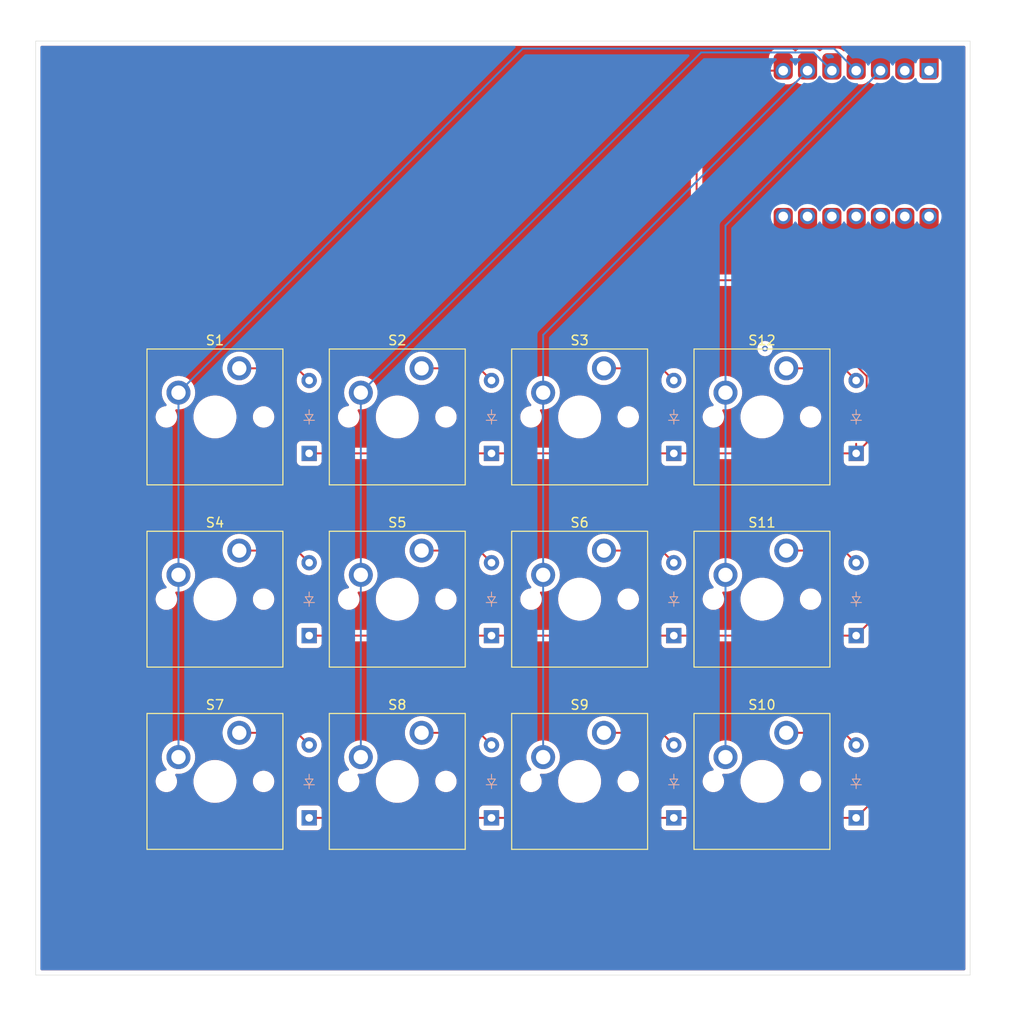
<source format=kicad_pcb>
(kicad_pcb (version 20240108) (generator "pcbnew") (generator_version "8.0")
  (layers (0 "F.Cu" signal) (31 "B.Cu" signal) (34 "B.Paste" user) (35 "F.Paste" user) (36 "B.SilkS" user "B.Silkscreen") (37 "F.SilkS" user "F.Silkscreen") (38 "B.Mask" user) (39 "F.Mask" user) (44 "Edge.Cuts" user))
  (net 0 "")
  (net 1 "Row 0")
  (net 2 "Net-(D1-A)")
  (net 3 "Net-(D2-A)")
  (net 4 "Net-(D3-A)")
  (net 5 "Row 1")
  (net 6 "Net-(D4-A)")
  (net 7 "Net-(D5-A)")
  (net 8 "Net-(D6-A)")
  (net 9 "Net-(D7-A)")
  (net 10 "Row 2")
  (net 11 "Net-(D8-A)")
  (net 12 "Net-(D9-A)")
  (net 13 "Column 0")
  (net 14 "Column 1")
  (net 15 "Column 2")
  (net 16 "Net-(D10-A)")
  (net 17 "Net-(D11-A)")
  (net 18 "Net-(D12-A)")
  (net 19 "Column 3")
  (net 24 "GND")
  (footprint "ScottoKeebs_MX:MX_PCB_1.00u" (layer "F.Cu") (at 123.5075 78.58125)
    (property "Reference" "S2" (at 0 -8 0) (layer "F.SilkS"))
    (property "Value" "Keyswitch")
    (fp_line (start -7.1 -7.1) (end -7.1 7.1) (stroke (width 0.12)) (layer "F.SilkS"))
    (fp_line (start -7.1 7.1) (end 7.1 7.1) (stroke (width 0.12)) (layer "F.SilkS"))
    (fp_line (start 7.1 -7.1) (end -7.1 -7.1) (stroke (width 0.12)) (layer "F.SilkS"))
    (fp_line (start 7.1 7.1) (end 7.1 -7.1) (stroke (width 0.12)) (layer "F.SilkS"))
    (pad "" np_thru_hole circle (at -5.08 0) (size 1.75 1.75) (drill 1.75) (layers "*.Cu" "*.Mask"))
    (pad "" np_thru_hole circle (at 0 0) (size 4 4) (drill 4) (layers "*.Cu" "*.Mask"))
    (pad "" np_thru_hole circle (at 5.08 0) (size 1.75 1.75) (drill 1.75) (layers "*.Cu" "*.Mask"))
    (pad "1" thru_hole circle (at -3.81 -2.54) (size 2.5 2.5) (drill 1.5) (layers "*.Cu" "*.Mask") (net 14 "Column 1"))
    (pad "2" thru_hole circle (at 2.54 -5.08) (size 2.5 2.5) (drill 1.5) (layers "*.Cu" "*.Mask") (net 3 "Net-(D2-A)"))
  )
  (footprint "ScottoKeebs_MX:MX_PCB_1.00u" (layer "F.Cu") (at 142.5575 78.58125)
    (property "Reference" "S3" (at 0 -8 0) (layer "F.SilkS"))
    (property "Value" "Keyswitch")
    (fp_line (start -7.1 -7.1) (end -7.1 7.1) (stroke (width 0.12)) (layer "F.SilkS"))
    (fp_line (start -7.1 7.1) (end 7.1 7.1) (stroke (width 0.12)) (layer "F.SilkS"))
    (fp_line (start 7.1 -7.1) (end -7.1 -7.1) (stroke (width 0.12)) (layer "F.SilkS"))
    (fp_line (start 7.1 7.1) (end 7.1 -7.1) (stroke (width 0.12)) (layer "F.SilkS"))
    (pad "" np_thru_hole circle (at -5.08 0) (size 1.75 1.75) (drill 1.75) (layers "*.Cu" "*.Mask"))
    (pad "" np_thru_hole circle (at 0 0) (size 4 4) (drill 4) (layers "*.Cu" "*.Mask"))
    (pad "" np_thru_hole circle (at 5.08 0) (size 1.75 1.75) (drill 1.75) (layers "*.Cu" "*.Mask"))
    (pad "1" thru_hole circle (at -3.81 -2.54) (size 2.5 2.5) (drill 1.5) (layers "*.Cu" "*.Mask") (net 15 "Column 2"))
    (pad "2" thru_hole circle (at 2.54 -5.08) (size 2.5 2.5) (drill 1.5) (layers "*.Cu" "*.Mask") (net 4 "Net-(D3-A)"))
  )
  (footprint "ScottoKeebs_MX:MX_PCB_1.00u" (layer "F.Cu") (at 161.6075 97.63125)
    (property "Reference" "S11" (at 0 -8 0) (layer "F.SilkS"))
    (property "Value" "Keyswitch")
    (fp_line (start -7.1 -7.1) (end -7.1 7.1) (stroke (width 0.12)) (layer "F.SilkS"))
    (fp_line (start -7.1 7.1) (end 7.1 7.1) (stroke (width 0.12)) (layer "F.SilkS"))
    (fp_line (start 7.1 -7.1) (end -7.1 -7.1) (stroke (width 0.12)) (layer "F.SilkS"))
    (fp_line (start 7.1 7.1) (end 7.1 -7.1) (stroke (width 0.12)) (layer "F.SilkS"))
    (pad "" np_thru_hole circle (at -5.08 0) (size 1.75 1.75) (drill 1.75) (layers "*.Cu" "*.Mask"))
    (pad "" np_thru_hole circle (at 0 0) (size 4 4) (drill 4) (layers "*.Cu" "*.Mask"))
    (pad "" np_thru_hole circle (at 5.08 0) (size 1.75 1.75) (drill 1.75) (layers "*.Cu" "*.Mask"))
    (pad "1" thru_hole circle (at -3.81 -2.54) (size 2.5 2.5) (drill 1.5) (layers "*.Cu" "*.Mask") (net 19 "Column 3"))
    (pad "2" thru_hole circle (at 2.54 -5.08) (size 2.5 2.5) (drill 1.5) (layers "*.Cu" "*.Mask") (net 17 "Net-(D11-A)"))
  )
  (footprint "ScottoKeebs_MX:MX_PCB_1.00u" (layer "F.Cu") (at 161.6075 116.68125)
    (property "Reference" "S10" (at 0 -8 0) (layer "F.SilkS"))
    (property "Value" "Keyswitch")
    (fp_line (start -7.1 -7.1) (end -7.1 7.1) (stroke (width 0.12)) (layer "F.SilkS"))
    (fp_line (start -7.1 7.1) (end 7.1 7.1) (stroke (width 0.12)) (layer "F.SilkS"))
    (fp_line (start 7.1 -7.1) (end -7.1 -7.1) (stroke (width 0.12)) (layer "F.SilkS"))
    (fp_line (start 7.1 7.1) (end 7.1 -7.1) (stroke (width 0.12)) (layer "F.SilkS"))
    (pad "" np_thru_hole circle (at -5.08 0) (size 1.75 1.75) (drill 1.75) (layers "*.Cu" "*.Mask"))
    (pad "" np_thru_hole circle (at 0 0) (size 4 4) (drill 4) (layers "*.Cu" "*.Mask"))
    (pad "" np_thru_hole circle (at 5.08 0) (size 1.75 1.75) (drill 1.75) (layers "*.Cu" "*.Mask"))
    (pad "1" thru_hole circle (at -3.81 -2.54) (size 2.5 2.5) (drill 1.5) (layers "*.Cu" "*.Mask") (net 19 "Column 3"))
    (pad "2" thru_hole circle (at 2.54 -5.08) (size 2.5 2.5) (drill 1.5) (layers "*.Cu" "*.Mask") (net 16 "Net-(D10-A)"))
  )
  (footprint "ScottoKeebs_MCU:Seeed_XIAO_RP2040" (layer "F.Cu") (at 171.45 50.00625 -90)
    (property "Reference" "U2" (hide yes))
    (property "Value" "MCU_Seeed_XIAO_RP2040")
    (pad "1" smd roundrect (at -8.065 -7.62 270) (size 2.75 2) (layers "F.Cu" "F.Paste" "F.Mask"))
    (pad "1" thru_hole rect (at -7.62 -7.62) (size 1.6 1.6) (drill 1) (layers "*.Cu" "*.Mask"))
    (pad "2" smd roundrect (at -8.065 -5.08 270) (size 2.75 2) (layers "F.Cu" "F.Paste" "F.Mask"))
    (pad "2" thru_hole circle (at -7.62 -5.08) (size 1.6 1.6) (drill 1) (layers "*.Cu" "*.Mask"))
    (pad "3" smd roundrect (at -8.065 -2.54 270) (size 2.75 2) (layers "F.Cu" "F.Paste" "F.Mask") (net 19 "Column 3"))
    (pad "3" thru_hole circle (at -7.62 -2.54) (size 1.6 1.6) (drill 1) (layers "*.Cu" "*.Mask") (net 19 "Column 3"))
    (pad "4" smd roundrect (at -8.065 0 270) (size 2.75 2) (layers "F.Cu" "F.Paste" "F.Mask") (net 13 "Column 0"))
    (pad "4" thru_hole circle (at -7.62 0) (size 1.6 1.6) (drill 1) (layers "*.Cu" "*.Mask") (net 13 "Column 0"))
    (pad "5" smd roundrect (at -8.065 2.54 270) (size 2.75 2) (layers "F.Cu" "F.Paste" "F.Mask") (net 14 "Column 1"))
    (pad "5" thru_hole circle (at -7.62 2.54) (size 1.6 1.6) (drill 1) (layers "*.Cu" "*.Mask") (net 14 "Column 1"))
    (pad "6" smd roundrect (at -8.065 5.08 270) (size 2.75 2) (layers "F.Cu" "F.Paste" "F.Mask") (net 15 "Column 2"))
    (pad "6" thru_hole circle (at -7.62 5.08) (size 1.6 1.6) (drill 1) (layers "*.Cu" "*.Mask") (net 15 "Column 2"))
    (pad "7" smd roundrect (at -8.065 7.62 270) (size 2.75 2) (layers "F.Cu" "F.Paste" "F.Mask") (net 1 "Row 0"))
    (pad "7" thru_hole circle (at -7.62 7.62) (size 1.6 1.6) (drill 1) (layers "*.Cu" "*.Mask") (net 1 "Row 0"))
    (pad "8" thru_hole circle (at 7.62 7.62) (size 1.6 1.6) (drill 1) (layers "*.Cu" "*.Mask") (net 5 "Row 1"))
    (pad "8" smd roundrect (at 8.1 7.62 270) (size 2.75 2) (layers "F.Cu" "F.Paste" "F.Mask") (net 5 "Row 1"))
    (pad "9" thru_hole circle (at 7.62 5.08) (size 1.6 1.6) (drill 1) (layers "*.Cu" "*.Mask") (net 10 "Row 2"))
    (pad "9" smd roundrect (at 8.1 5.08 270) (size 2.75 2) (layers "F.Cu" "F.Paste" "F.Mask") (net 10 "Row 2"))
    (pad "10" thru_hole circle (at 7.62 2.54) (size 1.6 1.6) (drill 1) (layers "*.Cu" "*.Mask"))
    (pad "10" smd roundrect (at 8.1 2.54 270) (size 2.75 2) (layers "F.Cu" "F.Paste" "F.Mask"))
    (pad "11" thru_hole circle (at 7.62 0) (size 1.6 1.6) (drill 1) (layers "*.Cu" "*.Mask"))
    (pad "11" smd roundrect (at 8.1 0 270) (size 2.75 2) (layers "F.Cu" "F.Paste" "F.Mask"))
    (pad "12" thru_hole circle (at 7.62 -2.54) (size 1.6 1.6) (drill 1) (layers "*.Cu" "*.Mask"))
    (pad "12" smd roundrect (at 8.1 -2.54 270) (size 2.75 2) (layers "F.Cu" "F.Paste" "F.Mask"))
    (pad "13" thru_hole circle (at 7.62 -5.08) (size 1.6 1.6) (drill 1) (layers "*.Cu" "*.Mask") (net 24 "GND"))
    (pad "13" smd roundrect (at 8.1 -5.08 270) (size 2.75 2) (layers "F.Cu" "F.Paste" "F.Mask") (net 24 "GND"))
    (pad "14" thru_hole circle (at 7.62 -7.62) (size 1.6 1.6) (drill 1) (layers "*.Cu" "*.Mask"))
    (pad "14" smd roundrect (at 8.1 -7.62 270) (size 2.75 2) (layers "F.Cu" "F.Paste" "F.Mask"))
  )
  (footprint "ScottoKeebs_MX:MX_PCB_1.00u" (layer "F.Cu") (at 104.4575 78.58125)
    (property "Reference" "S1" (at 0 -8 0) (layer "F.SilkS"))
    (property "Value" "Keyswitch")
    (fp_line (start -7.1 -7.1) (end -7.1 7.1) (stroke (width 0.12)) (layer "F.SilkS"))
    (fp_line (start -7.1 7.1) (end 7.1 7.1) (stroke (width 0.12)) (layer "F.SilkS"))
    (fp_line (start 7.1 -7.1) (end -7.1 -7.1) (stroke (width 0.12)) (layer "F.SilkS"))
    (fp_line (start 7.1 7.1) (end 7.1 -7.1) (stroke (width 0.12)) (layer "F.SilkS"))
    (pad "" np_thru_hole circle (at -5.08 0) (size 1.75 1.75) (drill 1.75) (layers "*.Cu" "*.Mask"))
    (pad "" np_thru_hole circle (at 0 0) (size 4 4) (drill 4) (layers "*.Cu" "*.Mask"))
    (pad "" np_thru_hole circle (at 5.08 0) (size 1.75 1.75) (drill 1.75) (layers "*.Cu" "*.Mask"))
    (pad "1" thru_hole circle (at -3.81 -2.54) (size 2.5 2.5) (drill 1.5) (layers "*.Cu" "*.Mask") (net 13 "Column 0"))
    (pad "2" thru_hole circle (at 2.54 -5.08) (size 2.5 2.5) (drill 1.5) (layers "*.Cu" "*.Mask") (net 2 "Net-(D1-A)"))
  )
  (footprint "ScottoKeebs_MX:MX_PCB_1.00u" (layer "F.Cu") (at 142.5575 97.63125)
    (property "Reference" "S6" (at 0 -8 0) (layer "F.SilkS"))
    (property "Value" "Keyswitch")
    (fp_line (start -7.1 -7.1) (end -7.1 7.1) (stroke (width 0.12)) (layer "F.SilkS"))
    (fp_line (start -7.1 7.1) (end 7.1 7.1) (stroke (width 0.12)) (layer "F.SilkS"))
    (fp_line (start 7.1 -7.1) (end -7.1 -7.1) (stroke (width 0.12)) (layer "F.SilkS"))
    (fp_line (start 7.1 7.1) (end 7.1 -7.1) (stroke (width 0.12)) (layer "F.SilkS"))
    (pad "" np_thru_hole circle (at -5.08 0) (size 1.75 1.75) (drill 1.75) (layers "*.Cu" "*.Mask"))
    (pad "" np_thru_hole circle (at 0 0) (size 4 4) (drill 4) (layers "*.Cu" "*.Mask"))
    (pad "" np_thru_hole circle (at 5.08 0) (size 1.75 1.75) (drill 1.75) (layers "*.Cu" "*.Mask"))
    (pad "1" thru_hole circle (at -3.81 -2.54) (size 2.5 2.5) (drill 1.5) (layers "*.Cu" "*.Mask") (net 15 "Column 2"))
    (pad "2" thru_hole circle (at 2.54 -5.08) (size 2.5 2.5) (drill 1.5) (layers "*.Cu" "*.Mask") (net 8 "Net-(D6-A)"))
  )
  (footprint "ScottoKeebs_MX:MX_PCB_1.00u" (layer "F.Cu") (at 104.4575 116.68125)
    (property "Reference" "S7" (at 0 -8 0) (layer "F.SilkS"))
    (property "Value" "Keyswitch")
    (fp_line (start -7.1 -7.1) (end -7.1 7.1) (stroke (width 0.12)) (layer "F.SilkS"))
    (fp_line (start -7.1 7.1) (end 7.1 7.1) (stroke (width 0.12)) (layer "F.SilkS"))
    (fp_line (start 7.1 -7.1) (end -7.1 -7.1) (stroke (width 0.12)) (layer "F.SilkS"))
    (fp_line (start 7.1 7.1) (end 7.1 -7.1) (stroke (width 0.12)) (layer "F.SilkS"))
    (pad "" np_thru_hole circle (at -5.08 0) (size 1.75 1.75) (drill 1.75) (layers "*.Cu" "*.Mask"))
    (pad "" np_thru_hole circle (at 0 0) (size 4 4) (drill 4) (layers "*.Cu" "*.Mask"))
    (pad "" np_thru_hole circle (at 5.08 0) (size 1.75 1.75) (drill 1.75) (layers "*.Cu" "*.Mask"))
    (pad "1" thru_hole circle (at -3.81 -2.54) (size 2.5 2.5) (drill 1.5) (layers "*.Cu" "*.Mask") (net 13 "Column 0"))
    (pad "2" thru_hole circle (at 2.54 -5.08) (size 2.5 2.5) (drill 1.5) (layers "*.Cu" "*.Mask") (net 9 "Net-(D7-A)"))
  )
  (footprint "ScottoKeebs_MX:MX_PCB_1.00u" (layer "F.Cu") (at 123.5075 97.63125)
    (property "Reference" "S5" (at 0 -8 0) (layer "F.SilkS"))
    (property "Value" "Keyswitch")
    (fp_line (start -7.1 -7.1) (end -7.1 7.1) (stroke (width 0.12)) (layer "F.SilkS"))
    (fp_line (start -7.1 7.1) (end 7.1 7.1) (stroke (width 0.12)) (layer "F.SilkS"))
    (fp_line (start 7.1 -7.1) (end -7.1 -7.1) (stroke (width 0.12)) (layer "F.SilkS"))
    (fp_line (start 7.1 7.1) (end 7.1 -7.1) (stroke (width 0.12)) (layer "F.SilkS"))
    (pad "" np_thru_hole circle (at -5.08 0) (size 1.75 1.75) (drill 1.75) (layers "*.Cu" "*.Mask"))
    (pad "" np_thru_hole circle (at 0 0) (size 4 4) (drill 4) (layers "*.Cu" "*.Mask"))
    (pad "" np_thru_hole circle (at 5.08 0) (size 1.75 1.75) (drill 1.75) (layers "*.Cu" "*.Mask"))
    (pad "1" thru_hole circle (at -3.81 -2.54) (size 2.5 2.5) (drill 1.5) (layers "*.Cu" "*.Mask") (net 14 "Column 1"))
    (pad "2" thru_hole circle (at 2.54 -5.08) (size 2.5 2.5) (drill 1.5) (layers "*.Cu" "*.Mask") (net 7 "Net-(D5-A)"))
  )
  (footprint "ScottoKeebs_MX:MX_PCB_1.00u" (layer "F.Cu") (at 142.5575 116.68125)
    (property "Reference" "S9" (at 0 -8 0) (layer "F.SilkS"))
    (property "Value" "Keyswitch")
    (fp_line (start -7.1 -7.1) (end -7.1 7.1) (stroke (width 0.12)) (layer "F.SilkS"))
    (fp_line (start -7.1 7.1) (end 7.1 7.1) (stroke (width 0.12)) (layer "F.SilkS"))
    (fp_line (start 7.1 -7.1) (end -7.1 -7.1) (stroke (width 0.12)) (layer "F.SilkS"))
    (fp_line (start 7.1 7.1) (end 7.1 -7.1) (stroke (width 0.12)) (layer "F.SilkS"))
    (pad "" np_thru_hole circle (at -5.08 0) (size 1.75 1.75) (drill 1.75) (layers "*.Cu" "*.Mask"))
    (pad "" np_thru_hole circle (at 0 0) (size 4 4) (drill 4) (layers "*.Cu" "*.Mask"))
    (pad "" np_thru_hole circle (at 5.08 0) (size 1.75 1.75) (drill 1.75) (layers "*.Cu" "*.Mask"))
    (pad "1" thru_hole circle (at -3.81 -2.54) (size 2.5 2.5) (drill 1.5) (layers "*.Cu" "*.Mask") (net 15 "Column 2"))
    (pad "2" thru_hole circle (at 2.54 -5.08) (size 2.5 2.5) (drill 1.5) (layers "*.Cu" "*.Mask") (net 12 "Net-(D9-A)"))
  )
  (footprint "ScottoKeebs_MX:MX_PCB_1.00u" (layer "F.Cu") (at 104.4575 97.63125)
    (property "Reference" "S4" (at 0 -8 0) (layer "F.SilkS"))
    (property "Value" "Keyswitch")
    (fp_line (start -7.1 -7.1) (end -7.1 7.1) (stroke (width 0.12)) (layer "F.SilkS"))
    (fp_line (start -7.1 7.1) (end 7.1 7.1) (stroke (width 0.12)) (layer "F.SilkS"))
    (fp_line (start 7.1 -7.1) (end -7.1 -7.1) (stroke (width 0.12)) (layer "F.SilkS"))
    (fp_line (start 7.1 7.1) (end 7.1 -7.1) (stroke (width 0.12)) (layer "F.SilkS"))
    (pad "" np_thru_hole circle (at -5.08 0) (size 1.75 1.75) (drill 1.75) (layers "*.Cu" "*.Mask"))
    (pad "" np_thru_hole circle (at 0 0) (size 4 4) (drill 4) (layers "*.Cu" "*.Mask"))
    (pad "" np_thru_hole circle (at 5.08 0) (size 1.75 1.75) (drill 1.75) (layers "*.Cu" "*.Mask"))
    (pad "1" thru_hole circle (at -3.81 -2.54) (size 2.5 2.5) (drill 1.5) (layers "*.Cu" "*.Mask") (net 13 "Column 0"))
    (pad "2" thru_hole circle (at 2.54 -5.08) (size 2.5 2.5) (drill 1.5) (layers "*.Cu" "*.Mask") (net 6 "Net-(D4-A)"))
  )
  (footprint "ScottoKeebs_MX:MX_PCB_1.00u" (layer "F.Cu") (at 123.5075 116.68125)
    (property "Reference" "S8" (at 0 -8 0) (layer "F.SilkS"))
    (property "Value" "Keyswitch")
    (fp_line (start -7.1 -7.1) (end -7.1 7.1) (stroke (width 0.12)) (layer "F.SilkS"))
    (fp_line (start -7.1 7.1) (end 7.1 7.1) (stroke (width 0.12)) (layer "F.SilkS"))
    (fp_line (start 7.1 -7.1) (end -7.1 -7.1) (stroke (width 0.12)) (layer "F.SilkS"))
    (fp_line (start 7.1 7.1) (end 7.1 -7.1) (stroke (width 0.12)) (layer "F.SilkS"))
    (pad "" np_thru_hole circle (at -5.08 0) (size 1.75 1.75) (drill 1.75) (layers "*.Cu" "*.Mask"))
    (pad "" np_thru_hole circle (at 0 0) (size 4 4) (drill 4) (layers "*.Cu" "*.Mask"))
    (pad "" np_thru_hole circle (at 5.08 0) (size 1.75 1.75) (drill 1.75) (layers "*.Cu" "*.Mask"))
    (pad "1" thru_hole circle (at -3.81 -2.54) (size 2.5 2.5) (drill 1.5) (layers "*.Cu" "*.Mask") (net 14 "Column 1"))
    (pad "2" thru_hole circle (at 2.54 -5.08) (size 2.5 2.5) (drill 1.5) (layers "*.Cu" "*.Mask") (net 11 "Net-(D8-A)"))
  )
  (footprint "ScottoKeebs_MX:MX_PCB_1.00u" (layer "F.Cu") (at 161.6075 78.58125)
    (property "Reference" "S12" (at 0 -8 0) (layer "F.SilkS"))
    (property "Value" "Keyswitch")
    (fp_line (start -7.1 -7.1) (end -7.1 7.1) (stroke (width 0.12)) (layer "F.SilkS"))
    (fp_line (start -7.1 7.1) (end 7.1 7.1) (stroke (width 0.12)) (layer "F.SilkS"))
    (fp_line (start 7.1 -7.1) (end -7.1 -7.1) (stroke (width 0.12)) (layer "F.SilkS"))
    (fp_line (start 7.1 7.1) (end 7.1 -7.1) (stroke (width 0.12)) (layer "F.SilkS"))
    (pad "" np_thru_hole circle (at -5.08 0) (size 1.75 1.75) (drill 1.75) (layers "*.Cu" "*.Mask"))
    (pad "" np_thru_hole circle (at 0 0) (size 4 4) (drill 4) (layers "*.Cu" "*.Mask"))
    (pad "" np_thru_hole circle (at 5.08 0) (size 1.75 1.75) (drill 1.75) (layers "*.Cu" "*.Mask"))
    (pad "1" thru_hole circle (at -3.81 -2.54) (size 2.5 2.5) (drill 1.5) (layers "*.Cu" "*.Mask") (net 19 "Column 3"))
    (pad "2" thru_hole circle (at 2.54 -5.08) (size 2.5 2.5) (drill 1.5) (layers "*.Cu" "*.Mask") (net 18 "Net-(D12-A)"))
  )
  (footprint "ScottoKeebs_Components:Diode_DO-35" (layer "B.Cu") (at 171.45 120.49125 90)
    (property "Reference" "D10" (hide yes))
    (property "Value" "Diode" (hide yes))
    (fp_line (start 3.46 -0.55) (end 3.46 0.55) (stroke (width 0.1)) (layer "B.SilkS"))
    (fp_line (start 4.06 -0.4) (end 4.06 0.4) (stroke (width 0.1)) (layer "B.SilkS"))
    (fp_line (start 4.56 0) (end 4.06 0) (stroke (width 0.1)) (layer "B.SilkS"))
    (fp_line (start 3.46 0) (end 4.06 -0.4) (stroke (width 0.1)) (layer "B.SilkS"))
    (fp_line (start 3.46 0) (end 3.06 0) (stroke (width 0.1)) (layer "B.SilkS"))
    (fp_line (start 4.06 0.4) (end 3.46 0) (stroke (width 0.1)) (layer "B.SilkS"))
    (pad "1" thru_hole rect (at 0 0 90) (size 1.6 1.6) (drill 0.8) (layers "*.Cu" "*.Mask") (net 10 "Row 2"))
    (pad "2" thru_hole oval (at 7.62 0 90) (size 1.6 1.6) (drill 0.8) (layers "*.Cu" "*.Mask") (net 16 "Net-(D10-A)"))
  )
  (footprint "ScottoKeebs_Components:Diode_DO-35" (layer "B.Cu") (at 152.4 82.39125 90)
    (property "Reference" "D3" (hide yes))
    (property "Value" "Diode" (hide yes))
    (fp_line (start 3.46 -0.55) (end 3.46 0.55) (stroke (width 0.1)) (layer "B.SilkS"))
    (fp_line (start 4.06 -0.4) (end 4.06 0.4) (stroke (width 0.1)) (layer "B.SilkS"))
    (fp_line (start 4.56 0) (end 4.06 0) (stroke (width 0.1)) (layer "B.SilkS"))
    (fp_line (start 3.46 0) (end 4.06 -0.4) (stroke (width 0.1)) (layer "B.SilkS"))
    (fp_line (start 3.46 0) (end 3.06 0) (stroke (width 0.1)) (layer "B.SilkS"))
    (fp_line (start 4.06 0.4) (end 3.46 0) (stroke (width 0.1)) (layer "B.SilkS"))
    (pad "1" thru_hole rect (at 0 0 90) (size 1.6 1.6) (drill 0.8) (layers "*.Cu" "*.Mask") (net 1 "Row 0"))
    (pad "2" thru_hole oval (at 7.62 0 90) (size 1.6 1.6) (drill 0.8) (layers "*.Cu" "*.Mask") (net 4 "Net-(D3-A)"))
  )
  (footprint "ScottoKeebs_Components:Diode_DO-35" (layer "B.Cu") (at 114.3 120.49125 90)
    (property "Reference" "D7" (hide yes))
    (property "Value" "Diode" (hide yes))
    (fp_line (start 3.46 -0.55) (end 3.46 0.55) (stroke (width 0.1)) (layer "B.SilkS"))
    (fp_line (start 4.06 -0.4) (end 4.06 0.4) (stroke (width 0.1)) (layer "B.SilkS"))
    (fp_line (start 4.56 0) (end 4.06 0) (stroke (width 0.1)) (layer "B.SilkS"))
    (fp_line (start 3.46 0) (end 4.06 -0.4) (stroke (width 0.1)) (layer "B.SilkS"))
    (fp_line (start 3.46 0) (end 3.06 0) (stroke (width 0.1)) (layer "B.SilkS"))
    (fp_line (start 4.06 0.4) (end 3.46 0) (stroke (width 0.1)) (layer "B.SilkS"))
    (pad "1" thru_hole rect (at 0 0 90) (size 1.6 1.6) (drill 0.8) (layers "*.Cu" "*.Mask") (net 10 "Row 2"))
    (pad "2" thru_hole oval (at 7.62 0 90) (size 1.6 1.6) (drill 0.8) (layers "*.Cu" "*.Mask") (net 9 "Net-(D7-A)"))
  )
  (footprint "ScottoKeebs_Components:Diode_DO-35" (layer "B.Cu") (at 114.3 101.44125 90)
    (property "Reference" "D4" (hide yes))
    (property "Value" "Diode" (hide yes))
    (fp_line (start 3.46 -0.55) (end 3.46 0.55) (stroke (width 0.1)) (layer "B.SilkS"))
    (fp_line (start 4.06 -0.4) (end 4.06 0.4) (stroke (width 0.1)) (layer "B.SilkS"))
    (fp_line (start 4.56 0) (end 4.06 0) (stroke (width 0.1)) (layer "B.SilkS"))
    (fp_line (start 3.46 0) (end 4.06 -0.4) (stroke (width 0.1)) (layer "B.SilkS"))
    (fp_line (start 3.46 0) (end 3.06 0) (stroke (width 0.1)) (layer "B.SilkS"))
    (fp_line (start 4.06 0.4) (end 3.46 0) (stroke (width 0.1)) (layer "B.SilkS"))
    (pad "1" thru_hole rect (at 0 0 90) (size 1.6 1.6) (drill 0.8) (layers "*.Cu" "*.Mask") (net 5 "Row 1"))
    (pad "2" thru_hole oval (at 7.62 0 90) (size 1.6 1.6) (drill 0.8) (layers "*.Cu" "*.Mask") (net 6 "Net-(D4-A)"))
  )
  (footprint "ScottoKeebs_Components:Diode_DO-35" (layer "B.Cu") (at 171.45 101.44125 90)
    (property "Reference" "D11" (hide yes))
    (property "Value" "Diode" (hide yes))
    (fp_line (start 3.46 -0.55) (end 3.46 0.55) (stroke (width 0.1)) (layer "B.SilkS"))
    (fp_line (start 4.06 -0.4) (end 4.06 0.4) (stroke (width 0.1)) (layer "B.SilkS"))
    (fp_line (start 4.56 0) (end 4.06 0) (stroke (width 0.1)) (layer "B.SilkS"))
    (fp_line (start 3.46 0) (end 4.06 -0.4) (stroke (width 0.1)) (layer "B.SilkS"))
    (fp_line (start 3.46 0) (end 3.06 0) (stroke (width 0.1)) (layer "B.SilkS"))
    (fp_line (start 4.06 0.4) (end 3.46 0) (stroke (width 0.1)) (layer "B.SilkS"))
    (pad "1" thru_hole rect (at 0 0 90) (size 1.6 1.6) (drill 0.8) (layers "*.Cu" "*.Mask") (net 5 "Row 1"))
    (pad "2" thru_hole oval (at 7.62 0 90) (size 1.6 1.6) (drill 0.8) (layers "*.Cu" "*.Mask") (net 17 "Net-(D11-A)"))
  )
  (footprint "ScottoKeebs_Components:Diode_DO-35" (layer "B.Cu") (at 133.35 101.44125 90)
    (property "Reference" "D5" (hide yes))
    (property "Value" "Diode" (hide yes))
    (fp_line (start 3.46 -0.55) (end 3.46 0.55) (stroke (width 0.1)) (layer "B.SilkS"))
    (fp_line (start 4.06 -0.4) (end 4.06 0.4) (stroke (width 0.1)) (layer "B.SilkS"))
    (fp_line (start 4.56 0) (end 4.06 0) (stroke (width 0.1)) (layer "B.SilkS"))
    (fp_line (start 3.46 0) (end 4.06 -0.4) (stroke (width 0.1)) (layer "B.SilkS"))
    (fp_line (start 3.46 0) (end 3.06 0) (stroke (width 0.1)) (layer "B.SilkS"))
    (fp_line (start 4.06 0.4) (end 3.46 0) (stroke (width 0.1)) (layer "B.SilkS"))
    (pad "1" thru_hole rect (at 0 0 90) (size 1.6 1.6) (drill 0.8) (layers "*.Cu" "*.Mask") (net 5 "Row 1"))
    (pad "2" thru_hole oval (at 7.62 0 90) (size 1.6 1.6) (drill 0.8) (layers "*.Cu" "*.Mask") (net 7 "Net-(D5-A)"))
  )
  (footprint "ScottoKeebs_Components:Diode_DO-35" (layer "B.Cu") (at 152.4 101.44125 90)
    (property "Reference" "D6" (hide yes))
    (property "Value" "Diode" (hide yes))
    (fp_line (start 3.46 -0.55) (end 3.46 0.55) (stroke (width 0.1)) (layer "B.SilkS"))
    (fp_line (start 4.06 -0.4) (end 4.06 0.4) (stroke (width 0.1)) (layer "B.SilkS"))
    (fp_line (start 4.56 0) (end 4.06 0) (stroke (width 0.1)) (layer "B.SilkS"))
    (fp_line (start 3.46 0) (end 4.06 -0.4) (stroke (width 0.1)) (layer "B.SilkS"))
    (fp_line (start 3.46 0) (end 3.06 0) (stroke (width 0.1)) (layer "B.SilkS"))
    (fp_line (start 4.06 0.4) (end 3.46 0) (stroke (width 0.1)) (layer "B.SilkS"))
    (pad "1" thru_hole rect (at 0 0 90) (size 1.6 1.6) (drill 0.8) (layers "*.Cu" "*.Mask") (net 5 "Row 1"))
    (pad "2" thru_hole oval (at 7.62 0 90) (size 1.6 1.6) (drill 0.8) (layers "*.Cu" "*.Mask") (net 8 "Net-(D6-A)"))
  )
  (footprint "ScottoKeebs_Components:Diode_DO-35" (layer "B.Cu") (at 133.35 82.39125 90)
    (property "Reference" "D2" (hide yes))
    (property "Value" "Diode" (hide yes))
    (fp_line (start 3.46 -0.55) (end 3.46 0.55) (stroke (width 0.1)) (layer "B.SilkS"))
    (fp_line (start 4.06 -0.4) (end 4.06 0.4) (stroke (width 0.1)) (layer "B.SilkS"))
    (fp_line (start 4.56 0) (end 4.06 0) (stroke (width 0.1)) (layer "B.SilkS"))
    (fp_line (start 3.46 0) (end 4.06 -0.4) (stroke (width 0.1)) (layer "B.SilkS"))
    (fp_line (start 3.46 0) (end 3.06 0) (stroke (width 0.1)) (layer "B.SilkS"))
    (fp_line (start 4.06 0.4) (end 3.46 0) (stroke (width 0.1)) (layer "B.SilkS"))
    (pad "1" thru_hole rect (at 0 0 90) (size 1.6 1.6) (drill 0.8) (layers "*.Cu" "*.Mask") (net 1 "Row 0"))
    (pad "2" thru_hole oval (at 7.62 0 90) (size 1.6 1.6) (drill 0.8) (layers "*.Cu" "*.Mask") (net 3 "Net-(D2-A)"))
  )
  (footprint "ScottoKeebs_Components:Diode_DO-35" (layer "B.Cu") (at 171.45 82.39125 90)
    (property "Reference" "D12" (hide yes))
    (property "Value" "Diode" (hide yes))
    (fp_line (start 3.46 -0.55) (end 3.46 0.55) (stroke (width 0.1)) (layer "B.SilkS"))
    (fp_line (start 4.06 -0.4) (end 4.06 0.4) (stroke (width 0.1)) (layer "B.SilkS"))
    (fp_line (start 4.56 0) (end 4.06 0) (stroke (width 0.1)) (layer "B.SilkS"))
    (fp_line (start 3.46 0) (end 4.06 -0.4) (stroke (width 0.1)) (layer "B.SilkS"))
    (fp_line (start 3.46 0) (end 3.06 0) (stroke (width 0.1)) (layer "B.SilkS"))
    (fp_line (start 4.06 0.4) (end 3.46 0) (stroke (width 0.1)) (layer "B.SilkS"))
    (pad "1" thru_hole rect (at 0 0 90) (size 1.6 1.6) (drill 0.8) (layers "*.Cu" "*.Mask") (net 1 "Row 0"))
    (pad "2" thru_hole oval (at 7.62 0 90) (size 1.6 1.6) (drill 0.8) (layers "*.Cu" "*.Mask") (net 18 "Net-(D12-A)"))
  )
  (footprint "ScottoKeebs_Components:Diode_DO-35" (layer "B.Cu") (at 152.4 120.49125 90)
    (property "Reference" "D9" (hide yes))
    (property "Value" "Diode" (hide yes))
    (fp_line (start 3.46 -0.55) (end 3.46 0.55) (stroke (width 0.1)) (layer "B.SilkS"))
    (fp_line (start 4.06 -0.4) (end 4.06 0.4) (stroke (width 0.1)) (layer "B.SilkS"))
    (fp_line (start 4.56 0) (end 4.06 0) (stroke (width 0.1)) (layer "B.SilkS"))
    (fp_line (start 3.46 0) (end 4.06 -0.4) (stroke (width 0.1)) (layer "B.SilkS"))
    (fp_line (start 3.46 0) (end 3.06 0) (stroke (width 0.1)) (layer "B.SilkS"))
    (fp_line (start 4.06 0.4) (end 3.46 0) (stroke (width 0.1)) (layer "B.SilkS"))
    (pad "1" thru_hole rect (at 0 0 90) (size 1.6 1.6) (drill 0.8) (layers "*.Cu" "*.Mask") (net 10 "Row 2"))
    (pad "2" thru_hole oval (at 7.62 0 90) (size 1.6 1.6) (drill 0.8) (layers "*.Cu" "*.Mask") (net 12 "Net-(D9-A)"))
  )
  (footprint "ScottoKeebs_Components:Diode_DO-35" (layer "B.Cu") (at 114.3 82.39125 90)
    (property "Reference" "D1" (hide yes))
    (property "Value" "Diode" (hide yes))
    (fp_line (start 3.46 -0.55) (end 3.46 0.55) (stroke (width 0.1)) (layer "B.SilkS"))
    (fp_line (start 4.06 -0.4) (end 4.06 0.4) (stroke (width 0.1)) (layer "B.SilkS"))
    (fp_line (start 4.56 0) (end 4.06 0) (stroke (width 0.1)) (layer "B.SilkS"))
    (fp_line (start 3.46 0) (end 4.06 -0.4) (stroke (width 0.1)) (layer "B.SilkS"))
    (fp_line (start 3.46 0) (end 3.06 0) (stroke (width 0.1)) (layer "B.SilkS"))
    (fp_line (start 4.06 0.4) (end 3.46 0) (stroke (width 0.1)) (layer "B.SilkS"))
    (pad "1" thru_hole rect (at 0 0 90) (size 1.6 1.6) (drill 0.8) (layers "*.Cu" "*.Mask") (net 1 "Row 0"))
    (pad "2" thru_hole oval (at 7.62 0 90) (size 1.6 1.6) (drill 0.8) (layers "*.Cu" "*.Mask") (net 2 "Net-(D1-A)"))
  )
  (footprint "ScottoKeebs_Components:Diode_DO-35" (layer "B.Cu") (at 133.35 120.49125 90)
    (property "Reference" "D8" (hide yes))
    (property "Value" "Diode" (hide yes))
    (fp_line (start 3.46 -0.55) (end 3.46 0.55) (stroke (width 0.1)) (layer "B.SilkS"))
    (fp_line (start 4.06 -0.4) (end 4.06 0.4) (stroke (width 0.1)) (layer "B.SilkS"))
    (fp_line (start 4.56 0) (end 4.06 0) (stroke (width 0.1)) (layer "B.SilkS"))
    (fp_line (start 3.46 0) (end 4.06 -0.4) (stroke (width 0.1)) (layer "B.SilkS"))
    (fp_line (start 3.46 0) (end 3.06 0) (stroke (width 0.1)) (layer "B.SilkS"))
    (fp_line (start 4.06 0.4) (end 3.46 0) (stroke (width 0.1)) (layer "B.SilkS"))
    (pad "1" thru_hole rect (at 0 0 90) (size 1.6 1.6) (drill 0.8) (layers "*.Cu" "*.Mask") (net 10 "Row 2"))
    (pad "2" thru_hole oval (at 7.62 0 90) (size 1.6 1.6) (drill 0.8) (layers "*.Cu" "*.Mask") (net 11 "Net-(D8-A)"))
  )
  (gr_rect (start 85.725 39.290625) (end 183.35625 136.921875) (stroke (width 0.05)) (fill none) (layer "Edge.Cuts"))
  (via (at 161.925 71.4375) (size 0.6) (drill 0.3) (layers "F.Cu" "B.Cu") (net 0))
  (segment (start 160.02 42.38625) (end 163.83 42.38625) (width 0.2) (layer "F.Cu") (net 1))
  (segment (start 154.78125 64.29375) (end 154.78125 47.625) (width 0.2) (layer "F.Cu") (net 1))
  (segment (start 162.528135 64.29375) (end 154.78125 64.29375) (width 0.2) (layer "F.Cu") (net 1))
  (segment (start 114.3 82.39125) (end 171.45 82.39125) (width 0.2) (layer "F.Cu") (net 1))
  (segment (start 172.55 81.29125) (end 172.55 74.315615) (width 0.2) (layer "F.Cu") (net 1))
  (segment (start 172.55 74.315615) (end 162.528135 64.29375) (width 0.2) (layer "F.Cu") (net 1))
  (segment (start 154.78125 47.625) (end 160.02 42.38625) (width 0.2) (layer "F.Cu") (net 1))
  (segment (start 171.45 82.39125) (end 172.55 81.29125) (width 0.2) (layer "F.Cu") (net 1))
  (segment (start 171.45 82.39125) (end 171.45 81.39125) (width 0.2) (layer "F.Cu") (net 1))
  (segment (start 106.9975 73.50125) (end 113.03 73.50125) (width 0.2) (layer "F.Cu") (net 2))
  (segment (start 113.03 73.50125) (end 114.3 74.77125) (width 0.2) (layer "F.Cu") (net 2))
  (segment (start 126.0475 73.50125) (end 132.08 73.50125) (width 0.2) (layer "F.Cu") (net 3))
  (segment (start 132.08 73.50125) (end 133.35 74.77125) (width 0.2) (layer "F.Cu") (net 3))
  (segment (start 145.0975 73.50125) (end 151.13 73.50125) (width 0.2) (layer "F.Cu") (net 4))
  (segment (start 151.13 73.50125) (end 152.4 74.77125) (width 0.2) (layer "F.Cu") (net 4))
  (segment (start 172.95 67.22625) (end 163.83 58.10625) (width 0.2) (layer "F.Cu") (net 5))
  (segment (start 114.3 101.44125) (end 171.45 101.44125) (width 0.2) (layer "F.Cu") (net 5))
  (segment (start 171.45 101.44125) (end 172.95 99.94125) (width 0.2) (layer "F.Cu") (net 5))
  (segment (start 172.95 99.94125) (end 172.95 67.22625) (width 0.2) (layer "F.Cu") (net 5))
  (segment (start 106.9975 92.55125) (end 113.03 92.55125) (width 0.2) (layer "F.Cu") (net 6))
  (segment (start 113.03 92.55125) (end 114.3 93.82125) (width 0.2) (layer "F.Cu") (net 6))
  (segment (start 132.08 92.55125) (end 133.35 93.82125) (width 0.2) (layer "F.Cu") (net 7))
  (segment (start 126.0475 92.55125) (end 132.08 92.55125) (width 0.2) (layer "F.Cu") (net 7))
  (segment (start 145.0975 92.55125) (end 151.13 92.55125) (width 0.2) (layer "F.Cu") (net 8))
  (segment (start 151.13 92.55125) (end 152.4 93.82125) (width 0.2) (layer "F.Cu") (net 8))
  (segment (start 113.03 111.60125) (end 114.3 112.87125) (width 0.2) (layer "F.Cu") (net 9))
  (segment (start 106.9975 111.60125) (end 113.03 111.60125) (width 0.2) (layer "F.Cu") (net 9))
  (segment (start 114.3 120.49125) (end 171.45 120.49125) (width 0.2) (layer "F.Cu") (net 10))
  (segment (start 180.37 72.079892) (end 166.37 58.079892) (width 0.2) (layer "F.Cu") (net 10))
  (segment (start 171.45 120.49125) (end 180.37 111.57125) (width 0.2) (layer "F.Cu") (net 10))
  (segment (start 180.37 111.57125) (end 180.37 72.079892) (width 0.2) (layer "F.Cu") (net 10))
  (segment (start 166.37 58.079892) (end 166.37 57.62625) (width 0.2) (layer "F.Cu") (net 10))
  (segment (start 132.08 111.60125) (end 133.35 112.87125) (width 0.2) (layer "F.Cu") (net 11))
  (segment (start 126.0475 111.60125) (end 132.08 111.60125) (width 0.2) (layer "F.Cu") (net 11))
  (segment (start 151.13 111.60125) (end 152.4 112.87125) (width 0.2) (layer "F.Cu") (net 12))
  (segment (start 145.0975 111.60125) (end 151.13 111.60125) (width 0.2) (layer "F.Cu") (net 12))
  (segment (start 100.6475 76.04125) (end 136.6075 40.08125) (width 0.2) (layer "B.Cu") (net 13))
  (segment (start 100.6475 76.04125) (end 100.6475 114.14125) (width 0.2) (layer "B.Cu") (net 13))
  (segment (start 136.6075 40.08125) (end 169.145 40.08125) (width 0.2) (layer "B.Cu") (net 13))
  (segment (start 169.145 40.08125) (end 171.45 42.38625) (width 0.2) (layer "B.Cu") (net 13))
  (segment (start 155.2575 40.48125) (end 167.005 40.48125) (width 0.2) (layer "B.Cu") (net 14))
  (segment (start 119.6975 76.04125) (end 155.2575 40.48125) (width 0.2) (layer "B.Cu") (net 14))
  (segment (start 167.005 40.48125) (end 168.91 42.38625) (width 0.2) (layer "B.Cu") (net 14))
  (segment (start 119.6975 76.04125) (end 119.6975 114.14125) (width 0.2) (layer "B.Cu") (net 14))
  (segment (start 138.7475 70.00875) (end 166.37 42.38625) (width 0.2) (layer "B.Cu") (net 15))
  (segment (start 138.7475 76.04125) (end 138.7475 114.14125) (width 0.2) (layer "B.Cu") (net 15))
  (segment (start 138.7475 76.04125) (end 138.7475 70.00875) (width 0.2) (layer "B.Cu") (net 15))
  (segment (start 164.1475 111.60125) (end 170.18 111.60125) (width 0.2) (layer "F.Cu") (net 16))
  (segment (start 170.18 111.60125) (end 171.45 112.87125) (width 0.2) (layer "F.Cu") (net 16))
  (segment (start 164.1475 92.55125) (end 170.18 92.55125) (width 0.2) (layer "F.Cu") (net 17))
  (segment (start 170.18 92.55125) (end 171.45 93.82125) (width 0.2) (layer "F.Cu") (net 17))
  (segment (start 164.1475 73.50125) (end 170.18 73.50125) (width 0.2) (layer "F.Cu") (net 18))
  (segment (start 170.18 73.50125) (end 171.45 74.77125) (width 0.2) (layer "F.Cu") (net 18))
  (segment (start 157.7975 76.04125) (end 157.7975 58.57875) (width 0.2) (layer "B.Cu") (net 19))
  (segment (start 157.7975 58.57875) (end 173.99 42.38625) (width 0.2) (layer "B.Cu") (net 19))
  (segment (start 157.7975 76.04125) (end 157.7975 114.14125) (width 0.2) (layer "B.Cu") (net 19))
  (zone (net 0) (net_name "") (layers "F&B.Cu") (connect_pads (clearance 0.5)) (min_thickness 0.25) (fill yes (thermal_gap 0.5) (thermal_bridge_width 0.5) (island_removal_mode 1) (island_area_min 10))
    (polygon (pts (xy 189 35) (xy 82 35) (xy 82 141) (xy 189 141)))
  )
)
</source>
